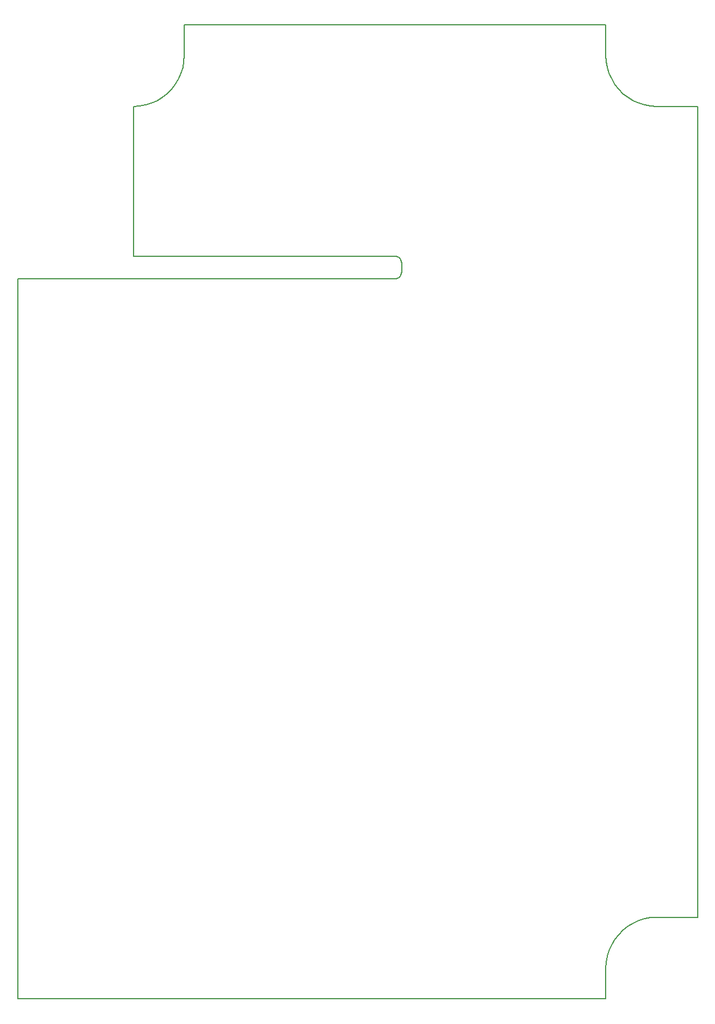
<source format=gm1>
G04*
G04 #@! TF.GenerationSoftware,Altium Limited,Altium Designer,23.1.1 (15)*
G04*
G04 Layer_Color=16711935*
%FSLAX44Y44*%
%MOMM*%
G71*
G04*
G04 #@! TF.SameCoordinates,789140C7-5683-4E61-8DB6-192B0B8D3B33*
G04*
G04*
G04 #@! TF.FilePolarity,Positive*
G04*
G01*
G75*
%ADD12C,0.2000*%
D12*
X556825Y1058751D02*
X558938Y1059491D01*
X560834Y1060683D01*
X562417Y1062266D01*
X563609Y1064162D01*
X564349Y1066275D01*
X564600Y1068500D01*
Y1082000D01*
X564349Y1084225D02*
X564600Y1082000D01*
X563609Y1086338D02*
X564349Y1084225D01*
X562417Y1088234D02*
X563609Y1086338D01*
X560834Y1089817D02*
X562417Y1088234D01*
X558938Y1091009D02*
X560834Y1089817D01*
X556825Y1091749D02*
X558938Y1091009D01*
X554600Y1058500D02*
X556825Y1058751D01*
X554600Y1092000D02*
X556825Y1091749D01*
X170000Y1092000D02*
X554600Y1092000D01*
X170000Y1092000D02*
Y1312000D01*
X179040Y1312548D01*
X187948Y1314181D01*
X196594Y1316877D01*
X204852Y1320594D01*
X212602Y1325279D01*
X219731Y1330865D01*
X226135Y1337269D01*
X231721Y1344398D01*
X236406Y1352148D01*
X240124Y1360406D01*
X242819Y1369052D01*
X244452Y1377960D01*
X245000Y1387000D01*
Y1432000D01*
X865000D01*
Y1387000D02*
Y1432000D01*
Y1387000D02*
X865548Y1377960D01*
X867181Y1369052D01*
X869876Y1360406D01*
X873594Y1352148D01*
X878279Y1344398D01*
X883865Y1337269D01*
X890269Y1330865D01*
X897398Y1325279D01*
X905148Y1320594D01*
X913406Y1316876D01*
X922052Y1314181D01*
X930960Y1312548D01*
X940000Y1312000D01*
X1000000D01*
X1000000Y120000D02*
X1000000Y1312000D01*
X940000Y120000D02*
X1000000D01*
X930960Y119452D02*
X940000Y120000D01*
X922052Y117819D02*
X930960Y119452D01*
X913406Y115124D02*
X922052Y117819D01*
X905148Y111406D02*
X913406Y115124D01*
X897398Y106721D02*
X905148Y111406D01*
X890269Y101135D02*
X897398Y106721D01*
X883865Y94731D02*
X890269Y101135D01*
X878279Y87602D02*
X883865Y94731D01*
X873594Y79852D02*
X878279Y87602D01*
X869876Y71594D02*
X873594Y79852D01*
X867181Y62948D02*
X869876Y71594D01*
X865548Y54040D02*
X867181Y62948D01*
X865000Y45000D02*
X865548Y54040D01*
X865000Y-0D02*
Y45000D01*
X-0Y0D02*
X865000Y-0D01*
X-0Y0D02*
X0Y1058500D01*
X554600Y1058500D01*
M02*

</source>
